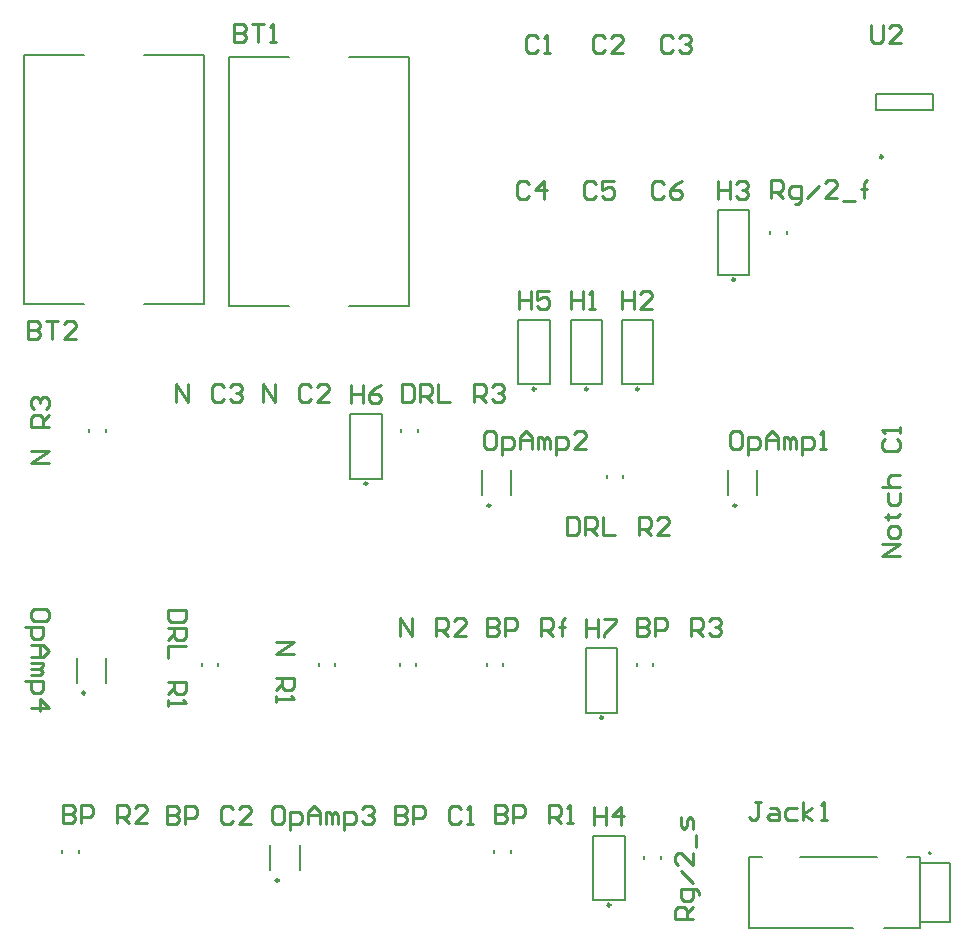
<source format=gto>
G04*
G04 #@! TF.GenerationSoftware,Altium Limited,Altium Designer,21.5.1 (32)*
G04*
G04 Layer_Color=65535*
%FSLAX25Y25*%
%MOIN*%
G70*
G04*
G04 #@! TF.SameCoordinates,D1CED41D-7284-4930-815C-7774E47D36BB*
G04*
G04*
G04 #@! TF.FilePolarity,Positive*
G04*
G01*
G75*
%ADD10C,0.00787*%
%ADD11C,0.00984*%
%ADD12C,0.00500*%
%ADD13C,0.01000*%
D10*
X307323Y39992D02*
G03*
X307323Y39992I-394J0D01*
G01*
X211744Y38008D02*
Y38992D01*
X217256Y38008D02*
Y38992D01*
X199244Y165008D02*
Y165992D01*
X204756Y165008D02*
Y165992D01*
X26744Y180508D02*
Y181492D01*
X32256Y180508D02*
Y181492D01*
X103244Y102508D02*
Y103492D01*
X108756Y102508D02*
Y103492D01*
X64244Y102508D02*
Y103492D01*
X69756Y102508D02*
Y103492D01*
X32421Y96866D02*
Y105134D01*
X22579Y96866D02*
Y105134D01*
X288854Y287827D02*
X308146D01*
Y293173D01*
X288854D02*
X308146D01*
X288854Y287827D02*
Y293173D01*
X204244Y196252D02*
X214756D01*
Y217748D01*
X204244D02*
X214756D01*
X204244Y196252D02*
Y217748D01*
X187244Y196252D02*
X197756D01*
Y217748D01*
X187244D02*
X197756D01*
X187244Y196252D02*
Y217748D01*
X169744Y196252D02*
X180256D01*
Y217748D01*
X169744D02*
X180256D01*
X169744Y196252D02*
Y217748D01*
X253744Y246508D02*
Y247492D01*
X259256Y246508D02*
Y247492D01*
X236244Y232752D02*
X246756D01*
Y254248D01*
X236244D02*
X246756D01*
X236244Y232752D02*
Y254248D01*
X194744Y24252D02*
X205256D01*
Y45748D01*
X194744D02*
X205256D01*
X194744Y24252D02*
Y45748D01*
X161744Y40008D02*
Y40992D01*
X167256Y40008D02*
Y40992D01*
X96921Y34366D02*
Y42634D01*
X87079Y34366D02*
Y42634D01*
X17744Y40008D02*
Y40992D01*
X23256Y40008D02*
Y40992D01*
X209244Y102508D02*
Y103492D01*
X214756Y102508D02*
Y103492D01*
X192244Y86752D02*
X202756D01*
Y108248D01*
X192244D02*
X202756D01*
X192244Y86752D02*
Y108248D01*
X159244Y102508D02*
Y103492D01*
X164756Y102508D02*
Y103492D01*
X130244Y102508D02*
Y103492D01*
X135756Y102508D02*
Y103492D01*
X249421Y159366D02*
Y167634D01*
X239579Y159366D02*
Y167634D01*
X167421Y159366D02*
Y167634D01*
X157579Y159366D02*
Y167634D01*
X130744Y180508D02*
Y181492D01*
X136256Y180508D02*
Y181492D01*
X113744Y164752D02*
X124256D01*
Y186248D01*
X113744D02*
X124256D01*
X113744Y164752D02*
Y186248D01*
D11*
X25433Y93413D02*
G03*
X25433Y93413I-492J0D01*
G01*
X291295Y272082D02*
G03*
X291295Y272082I-492J0D01*
G01*
X209992Y194697D02*
G03*
X209992Y194697I-492J0D01*
G01*
X192992D02*
G03*
X192992Y194697I-492J0D01*
G01*
X175492D02*
G03*
X175492Y194697I-492J0D01*
G01*
X241992Y231197D02*
G03*
X241992Y231197I-492J0D01*
G01*
X200492Y22697D02*
G03*
X200492Y22697I-492J0D01*
G01*
X89933Y30913D02*
G03*
X89933Y30913I-492J0D01*
G01*
X197992Y85197D02*
G03*
X197992Y85197I-492J0D01*
G01*
X242433Y155913D02*
G03*
X242433Y155913I-492J0D01*
G01*
X160433D02*
G03*
X160433Y155913I-492J0D01*
G01*
X119492Y163197D02*
G03*
X119492Y163197I-492J0D01*
G01*
D12*
X303780Y36843D02*
Y38811D01*
Y17157D02*
Y36843D01*
Y15189D02*
Y17157D01*
X291575Y15189D02*
X303780D01*
X246693D02*
X281339D01*
X246693D02*
Y38811D01*
X299449D02*
X303780D01*
X263622D02*
X289213D01*
X246693D02*
X251024D01*
X303780Y17157D02*
X313622D01*
Y36843D01*
X303780D02*
X313622D01*
X45000Y305996D02*
X65000D01*
Y223004D02*
Y305996D01*
X45000Y223004D02*
X65000D01*
X5000D02*
X25000D01*
X5000Y305996D02*
X25000D01*
X5000Y223004D02*
Y305996D01*
X73500Y222504D02*
X93500D01*
X73500D02*
Y305496D01*
X93500D01*
X113500D02*
X133500D01*
X113500Y222504D02*
X133500D01*
Y305496D01*
D13*
X287500Y316198D02*
Y311200D01*
X288500Y310200D01*
X290499D01*
X291499Y311200D01*
Y316198D01*
X297497Y310200D02*
X293498D01*
X297497Y314199D01*
Y315198D01*
X296497Y316198D01*
X294498D01*
X293498Y315198D01*
X227999Y18006D02*
X222001D01*
Y21004D01*
X223001Y22004D01*
X225000D01*
X226000Y21004D01*
Y18006D01*
Y20005D02*
X227999Y22004D01*
X229999Y26003D02*
Y27003D01*
X228999Y28002D01*
X224001D01*
Y25003D01*
X225000Y24004D01*
X227000D01*
X227999Y25003D01*
Y28002D01*
Y30002D02*
X224001Y34000D01*
X227999Y39998D02*
Y36000D01*
X224001Y39998D01*
X223001D01*
X222001Y38999D01*
Y36999D01*
X223001Y36000D01*
X228999Y41998D02*
Y45996D01*
X227999Y47996D02*
Y50995D01*
X227000Y51995D01*
X226000Y50995D01*
Y48996D01*
X225000Y47996D01*
X224001Y48996D01*
Y51995D01*
X253900Y258500D02*
Y264498D01*
X256899D01*
X257899Y263498D01*
Y261499D01*
X256899Y260499D01*
X253900D01*
X255899D02*
X257899Y258500D01*
X261897Y256501D02*
X262897D01*
X263897Y257500D01*
Y262499D01*
X260898D01*
X259898Y261499D01*
Y259500D01*
X260898Y258500D01*
X263897D01*
X265896D02*
X269895Y262499D01*
X275893Y258500D02*
X271894D01*
X275893Y262499D01*
Y263498D01*
X274893Y264498D01*
X272894D01*
X271894Y263498D01*
X277892Y257500D02*
X281891D01*
X284890Y258500D02*
Y263498D01*
Y261499D01*
X283890D01*
X285890D01*
X284890D01*
Y263498D01*
X285890Y264498D01*
X13499Y118496D02*
Y120495D01*
X12499Y121494D01*
X8500D01*
X7501Y120495D01*
Y118496D01*
X8500Y117496D01*
X12499D01*
X13499Y118496D01*
X5501Y115496D02*
X11499D01*
Y112497D01*
X10500Y111498D01*
X8500D01*
X7501Y112497D01*
Y115496D01*
Y109498D02*
X11499D01*
X13499Y107499D01*
X11499Y105500D01*
X7501D01*
X10500D01*
Y109498D01*
X7501Y103500D02*
X11499D01*
Y102501D01*
X10500Y101501D01*
X7501D01*
X10500D01*
X11499Y100501D01*
X10500Y99502D01*
X7501D01*
X5501Y97502D02*
X11499D01*
Y94503D01*
X10500Y93503D01*
X8500D01*
X7501Y94503D01*
Y97502D01*
Y88505D02*
X13499D01*
X10500Y91504D01*
Y87506D01*
X90699Y55598D02*
X88700D01*
X87700Y54598D01*
Y50600D01*
X88700Y49600D01*
X90699D01*
X91699Y50600D01*
Y54598D01*
X90699Y55598D01*
X93698Y47601D02*
Y53599D01*
X96697D01*
X97697Y52599D01*
Y50600D01*
X96697Y49600D01*
X93698D01*
X99696D02*
Y53599D01*
X101696Y55598D01*
X103695Y53599D01*
Y49600D01*
Y52599D01*
X99696D01*
X105694Y49600D02*
Y53599D01*
X106694D01*
X107694Y52599D01*
Y49600D01*
Y52599D01*
X108693Y53599D01*
X109693Y52599D01*
Y49600D01*
X111692Y47601D02*
Y53599D01*
X114691D01*
X115691Y52599D01*
Y50600D01*
X114691Y49600D01*
X111692D01*
X117690Y54598D02*
X118690Y55598D01*
X120689D01*
X121689Y54598D01*
Y53599D01*
X120689Y52599D01*
X119690D01*
X120689D01*
X121689Y51599D01*
Y50600D01*
X120689Y49600D01*
X118690D01*
X117690Y50600D01*
X161199Y180598D02*
X159200D01*
X158200Y179598D01*
Y175600D01*
X159200Y174600D01*
X161199D01*
X162199Y175600D01*
Y179598D01*
X161199Y180598D01*
X164198Y172601D02*
Y178599D01*
X167197D01*
X168197Y177599D01*
Y175600D01*
X167197Y174600D01*
X164198D01*
X170196D02*
Y178599D01*
X172195Y180598D01*
X174195Y178599D01*
Y174600D01*
Y177599D01*
X170196D01*
X176194Y174600D02*
Y178599D01*
X177194D01*
X178193Y177599D01*
Y174600D01*
Y177599D01*
X179193Y178599D01*
X180193Y177599D01*
Y174600D01*
X182192Y172601D02*
Y178599D01*
X185191D01*
X186191Y177599D01*
Y175600D01*
X185191Y174600D01*
X182192D01*
X192189D02*
X188190D01*
X192189Y178599D01*
Y179598D01*
X191189Y180598D01*
X189190D01*
X188190Y179598D01*
X243199Y180598D02*
X241200D01*
X240200Y179598D01*
Y175600D01*
X241200Y174600D01*
X243199D01*
X244199Y175600D01*
Y179598D01*
X243199Y180598D01*
X246198Y172601D02*
Y178599D01*
X249197D01*
X250197Y177599D01*
Y175600D01*
X249197Y174600D01*
X246198D01*
X252196D02*
Y178599D01*
X254195Y180598D01*
X256195Y178599D01*
Y174600D01*
Y177599D01*
X252196D01*
X258194Y174600D02*
Y178599D01*
X259194D01*
X260193Y177599D01*
Y174600D01*
Y177599D01*
X261193Y178599D01*
X262193Y177599D01*
Y174600D01*
X264192Y172601D02*
Y178599D01*
X267191D01*
X268191Y177599D01*
Y175600D01*
X267191Y174600D01*
X264192D01*
X270190D02*
X272190D01*
X271190D01*
Y180598D01*
X270190Y179598D01*
X13499Y170004D02*
X7501D01*
X13499Y174002D01*
X7501D01*
X13499Y182000D02*
X7501D01*
Y184999D01*
X8501Y185998D01*
X10500D01*
X11500Y184999D01*
Y182000D01*
Y183999D02*
X13499Y185998D01*
X8501Y187998D02*
X7501Y188997D01*
Y190997D01*
X8501Y191997D01*
X9500D01*
X10500Y190997D01*
Y189997D01*
Y190997D01*
X11500Y191997D01*
X12499D01*
X13499Y190997D01*
Y188997D01*
X12499Y187998D01*
X130400Y112500D02*
Y118498D01*
X134399Y112500D01*
Y118498D01*
X142396Y112500D02*
Y118498D01*
X145395D01*
X146395Y117498D01*
Y115499D01*
X145395Y114499D01*
X142396D01*
X144395D02*
X146395Y112500D01*
X152393D02*
X148394D01*
X152393Y116499D01*
Y117498D01*
X151393Y118498D01*
X149394D01*
X148394Y117498D01*
X89001Y110497D02*
X94999D01*
X89001Y106498D01*
X94999D01*
X89001Y98501D02*
X94999D01*
Y95502D01*
X93999Y94502D01*
X92000D01*
X91000Y95502D01*
Y98501D01*
Y96501D02*
X89001Y94502D01*
Y92503D02*
Y90503D01*
Y91503D01*
X94999D01*
X93999Y92503D01*
X296999Y139007D02*
X291001D01*
X296999Y143006D01*
X291001D01*
X296999Y146005D02*
Y148004D01*
X295999Y149004D01*
X294000D01*
X293000Y148004D01*
Y146005D01*
X294000Y145005D01*
X295999D01*
X296999Y146005D01*
X292001Y152003D02*
X293000D01*
Y151003D01*
Y153002D01*
Y152003D01*
X295999D01*
X296999Y153002D01*
X293000Y160000D02*
Y157001D01*
X294000Y156001D01*
X295999D01*
X296999Y157001D01*
Y160000D01*
X291001Y161999D02*
X296999D01*
X294000D01*
X293000Y162999D01*
Y164999D01*
X294000Y165998D01*
X296999D01*
X292001Y177994D02*
X291001Y176995D01*
Y174995D01*
X292001Y173996D01*
X295999D01*
X296999Y174995D01*
Y176995D01*
X295999Y177994D01*
X296999Y179994D02*
Y181993D01*
Y180993D01*
X291001D01*
X292001Y179994D01*
X55800Y190300D02*
Y196298D01*
X59799Y190300D01*
Y196298D01*
X71795Y195298D02*
X70795Y196298D01*
X68796D01*
X67796Y195298D01*
Y191300D01*
X68796Y190300D01*
X70795D01*
X71795Y191300D01*
X73794Y195298D02*
X74794Y196298D01*
X76793D01*
X77793Y195298D01*
Y194299D01*
X76793Y193299D01*
X75793D01*
X76793D01*
X77793Y192299D01*
Y191300D01*
X76793Y190300D01*
X74794D01*
X73794Y191300D01*
X84800Y190300D02*
Y196298D01*
X88799Y190300D01*
Y196298D01*
X100795Y195298D02*
X99795Y196298D01*
X97796D01*
X96796Y195298D01*
Y191300D01*
X97796Y190300D01*
X99795D01*
X100795Y191300D01*
X106793Y190300D02*
X102794D01*
X106793Y194299D01*
Y195298D01*
X105793Y196298D01*
X103794D01*
X102794Y195298D01*
X250599Y57198D02*
X248599D01*
X249599D01*
Y52200D01*
X248599Y51200D01*
X247600D01*
X246600Y52200D01*
X253598Y55199D02*
X255597D01*
X256597Y54199D01*
Y51200D01*
X253598D01*
X252598Y52200D01*
X253598Y53199D01*
X256597D01*
X262595Y55199D02*
X259596D01*
X258596Y54199D01*
Y52200D01*
X259596Y51200D01*
X262595D01*
X264594D02*
Y57198D01*
Y53199D02*
X267593Y55199D01*
X264594Y53199D02*
X267593Y51200D01*
X270592D02*
X272592D01*
X271592D01*
Y57198D01*
X270592Y56198D01*
X192500Y117998D02*
Y112000D01*
Y114999D01*
X196499D01*
Y117998D01*
Y112000D01*
X198498Y117998D02*
X202497D01*
Y116998D01*
X198498Y113000D01*
Y112000D01*
X114000Y195998D02*
Y190000D01*
Y192999D01*
X117999D01*
Y195998D01*
Y190000D01*
X123997Y195998D02*
X121997Y194998D01*
X119998Y192999D01*
Y191000D01*
X120998Y190000D01*
X122997D01*
X123997Y191000D01*
Y191999D01*
X122997Y192999D01*
X119998D01*
X170000Y227498D02*
Y221500D01*
Y224499D01*
X173999D01*
Y227498D01*
Y221500D01*
X179997Y227498D02*
X175998D01*
Y224499D01*
X177997Y225499D01*
X178997D01*
X179997Y224499D01*
Y222500D01*
X178997Y221500D01*
X176998D01*
X175998Y222500D01*
X195000Y55498D02*
Y49500D01*
Y52499D01*
X198999D01*
Y55498D01*
Y49500D01*
X203997D02*
Y55498D01*
X200998Y52499D01*
X204997D01*
X236500Y263998D02*
Y258000D01*
Y260999D01*
X240499D01*
Y263998D01*
Y258000D01*
X242498Y262998D02*
X243498Y263998D01*
X245497D01*
X246497Y262998D01*
Y261999D01*
X245497Y260999D01*
X244497D01*
X245497D01*
X246497Y259999D01*
Y259000D01*
X245497Y258000D01*
X243498D01*
X242498Y259000D01*
X204500Y227498D02*
Y221500D01*
Y224499D01*
X208499D01*
Y227498D01*
Y221500D01*
X214497D02*
X210498D01*
X214497Y225499D01*
Y226498D01*
X213497Y227498D01*
X211498D01*
X210498Y226498D01*
X187500Y227498D02*
Y221500D01*
Y224499D01*
X191499D01*
Y227498D01*
Y221500D01*
X193498D02*
X195497D01*
X194498D01*
Y227498D01*
X193498Y226498D01*
X130900Y196498D02*
Y190500D01*
X133899D01*
X134899Y191500D01*
Y195498D01*
X133899Y196498D01*
X130900D01*
X136898Y190500D02*
Y196498D01*
X139897D01*
X140897Y195498D01*
Y193499D01*
X139897Y192499D01*
X136898D01*
X138897D02*
X140897Y190500D01*
X142896Y196498D02*
Y190500D01*
X146895D01*
X154892D02*
Y196498D01*
X157891D01*
X158891Y195498D01*
Y193499D01*
X157891Y192499D01*
X154892D01*
X156892D02*
X158891Y190500D01*
X160890Y195498D02*
X161890Y196498D01*
X163889D01*
X164889Y195498D01*
Y194499D01*
X163889Y193499D01*
X162890D01*
X163889D01*
X164889Y192499D01*
Y191500D01*
X163889Y190500D01*
X161890D01*
X160890Y191500D01*
X186005Y151999D02*
Y146001D01*
X189005D01*
X190004Y147001D01*
Y150999D01*
X189005Y151999D01*
X186005D01*
X192004Y146001D02*
Y151999D01*
X195003D01*
X196002Y150999D01*
Y149000D01*
X195003Y148000D01*
X192004D01*
X194003D02*
X196002Y146001D01*
X198002Y151999D02*
Y146001D01*
X202000D01*
X209998D02*
Y151999D01*
X212997D01*
X213997Y150999D01*
Y149000D01*
X212997Y148000D01*
X209998D01*
X211997D02*
X213997Y146001D01*
X219994D02*
X215996D01*
X219994Y150000D01*
Y150999D01*
X218995Y151999D01*
X216996D01*
X215996Y150999D01*
X58999Y120995D02*
X53001D01*
Y117996D01*
X54001Y116996D01*
X57999D01*
X58999Y117996D01*
Y120995D01*
X53001Y114997D02*
X58999D01*
Y111998D01*
X57999Y110998D01*
X56000D01*
X55000Y111998D01*
Y114997D01*
Y112997D02*
X53001Y110998D01*
X58999Y108999D02*
X53001D01*
Y105000D01*
Y97003D02*
X58999D01*
Y94003D01*
X57999Y93004D01*
X56000D01*
X55000Y94003D01*
Y97003D01*
Y95003D02*
X53001Y93004D01*
Y91005D02*
Y89005D01*
Y90005D01*
X58999D01*
X57999Y91005D01*
X218199Y263198D02*
X217199Y264198D01*
X215200D01*
X214200Y263198D01*
Y259200D01*
X215200Y258200D01*
X217199D01*
X218199Y259200D01*
X224197Y264198D02*
X222197Y263198D01*
X220198Y261199D01*
Y259200D01*
X221198Y258200D01*
X223197D01*
X224197Y259200D01*
Y260199D01*
X223197Y261199D01*
X220198D01*
X195699Y263198D02*
X194699Y264198D01*
X192700D01*
X191700Y263198D01*
Y259200D01*
X192700Y258200D01*
X194699D01*
X195699Y259200D01*
X201697Y264198D02*
X197698D01*
Y261199D01*
X199697Y262199D01*
X200697D01*
X201697Y261199D01*
Y259200D01*
X200697Y258200D01*
X198698D01*
X197698Y259200D01*
X173199Y263198D02*
X172199Y264198D01*
X170200D01*
X169200Y263198D01*
Y259200D01*
X170200Y258200D01*
X172199D01*
X173199Y259200D01*
X178197Y258200D02*
Y264198D01*
X175198Y261199D01*
X179197D01*
X221199Y311698D02*
X220199Y312698D01*
X218200D01*
X217200Y311698D01*
Y307700D01*
X218200Y306700D01*
X220199D01*
X221199Y307700D01*
X223198Y311698D02*
X224198Y312698D01*
X226197D01*
X227197Y311698D01*
Y310699D01*
X226197Y309699D01*
X225197D01*
X226197D01*
X227197Y308699D01*
Y307700D01*
X226197Y306700D01*
X224198D01*
X223198Y307700D01*
X198699Y311698D02*
X197699Y312698D01*
X195700D01*
X194700Y311698D01*
Y307700D01*
X195700Y306700D01*
X197699D01*
X198699Y307700D01*
X204697Y306700D02*
X200698D01*
X204697Y310699D01*
Y311698D01*
X203697Y312698D01*
X201698D01*
X200698Y311698D01*
X176199D02*
X175199Y312698D01*
X173200D01*
X172200Y311698D01*
Y307700D01*
X173200Y306700D01*
X175199D01*
X176199Y307700D01*
X178198Y306700D02*
X180197D01*
X179198D01*
Y312698D01*
X178198Y311698D01*
X6503Y217499D02*
Y211501D01*
X9502D01*
X10501Y212501D01*
Y213500D01*
X9502Y214500D01*
X6503D01*
X9502D01*
X10501Y215500D01*
Y216499D01*
X9502Y217499D01*
X6503D01*
X12501D02*
X16499D01*
X14500D01*
Y211501D01*
X22497D02*
X18499D01*
X22497Y215500D01*
Y216499D01*
X21498Y217499D01*
X19498D01*
X18499Y216499D01*
X75002Y316499D02*
Y310501D01*
X78001D01*
X79001Y311501D01*
Y312500D01*
X78001Y313500D01*
X75002D01*
X78001D01*
X79001Y314500D01*
Y315499D01*
X78001Y316499D01*
X75002D01*
X81000D02*
X84999D01*
X83000D01*
Y310501D01*
X86998D02*
X88998D01*
X87998D01*
Y316499D01*
X86998Y315499D01*
X159400Y118498D02*
Y112500D01*
X162399D01*
X163399Y113500D01*
Y114499D01*
X162399Y115499D01*
X159400D01*
X162399D01*
X163399Y116499D01*
Y117498D01*
X162399Y118498D01*
X159400D01*
X165398Y112500D02*
Y118498D01*
X168397D01*
X169397Y117498D01*
Y115499D01*
X168397Y114499D01*
X165398D01*
X177394Y112500D02*
Y118498D01*
X180393D01*
X181393Y117498D01*
Y115499D01*
X180393Y114499D01*
X177394D01*
X179393D02*
X181393Y112500D01*
X184392D02*
Y117498D01*
Y115499D01*
X183392D01*
X185392D01*
X184392D01*
Y117498D01*
X185392Y118498D01*
X209400D02*
Y112500D01*
X212399D01*
X213399Y113500D01*
Y114499D01*
X212399Y115499D01*
X209400D01*
X212399D01*
X213399Y116499D01*
Y117498D01*
X212399Y118498D01*
X209400D01*
X215398Y112500D02*
Y118498D01*
X218397D01*
X219397Y117498D01*
Y115499D01*
X218397Y114499D01*
X215398D01*
X227394Y112500D02*
Y118498D01*
X230393D01*
X231393Y117498D01*
Y115499D01*
X230393Y114499D01*
X227394D01*
X229394D02*
X231393Y112500D01*
X233392Y117498D02*
X234392Y118498D01*
X236391D01*
X237391Y117498D01*
Y116499D01*
X236391Y115499D01*
X235392D01*
X236391D01*
X237391Y114499D01*
Y113500D01*
X236391Y112500D01*
X234392D01*
X233392Y113500D01*
X17900Y55998D02*
Y50000D01*
X20899D01*
X21899Y51000D01*
Y51999D01*
X20899Y52999D01*
X17900D01*
X20899D01*
X21899Y53999D01*
Y54998D01*
X20899Y55998D01*
X17900D01*
X23898Y50000D02*
Y55998D01*
X26897D01*
X27897Y54998D01*
Y52999D01*
X26897Y51999D01*
X23898D01*
X35894Y50000D02*
Y55998D01*
X38893D01*
X39893Y54998D01*
Y52999D01*
X38893Y51999D01*
X35894D01*
X37894D02*
X39893Y50000D01*
X45891D02*
X41892D01*
X45891Y53999D01*
Y54998D01*
X44891Y55998D01*
X42892D01*
X41892Y54998D01*
X161900Y55998D02*
Y50000D01*
X164899D01*
X165899Y51000D01*
Y51999D01*
X164899Y52999D01*
X161900D01*
X164899D01*
X165899Y53999D01*
Y54998D01*
X164899Y55998D01*
X161900D01*
X167898Y50000D02*
Y55998D01*
X170897D01*
X171897Y54998D01*
Y52999D01*
X170897Y51999D01*
X167898D01*
X179894Y50000D02*
Y55998D01*
X182893D01*
X183893Y54998D01*
Y52999D01*
X182893Y51999D01*
X179894D01*
X181894D02*
X183893Y50000D01*
X185892D02*
X187892D01*
X186892D01*
Y55998D01*
X185892Y54998D01*
X52800Y55798D02*
Y49800D01*
X55799D01*
X56799Y50800D01*
Y51799D01*
X55799Y52799D01*
X52800D01*
X55799D01*
X56799Y53799D01*
Y54798D01*
X55799Y55798D01*
X52800D01*
X58798Y49800D02*
Y55798D01*
X61797D01*
X62797Y54798D01*
Y52799D01*
X61797Y51799D01*
X58798D01*
X74793Y54798D02*
X73793Y55798D01*
X71794D01*
X70794Y54798D01*
Y50800D01*
X71794Y49800D01*
X73793D01*
X74793Y50800D01*
X80791Y49800D02*
X76792D01*
X80791Y53799D01*
Y54798D01*
X79791Y55798D01*
X77792D01*
X76792Y54798D01*
X128800Y55798D02*
Y49800D01*
X131799D01*
X132799Y50800D01*
Y51799D01*
X131799Y52799D01*
X128800D01*
X131799D01*
X132799Y53799D01*
Y54798D01*
X131799Y55798D01*
X128800D01*
X134798Y49800D02*
Y55798D01*
X137797D01*
X138797Y54798D01*
Y52799D01*
X137797Y51799D01*
X134798D01*
X150793Y54798D02*
X149793Y55798D01*
X147794D01*
X146794Y54798D01*
Y50800D01*
X147794Y49800D01*
X149793D01*
X150793Y50800D01*
X152792Y49800D02*
X154792D01*
X153792D01*
Y55798D01*
X152792Y54798D01*
M02*

</source>
